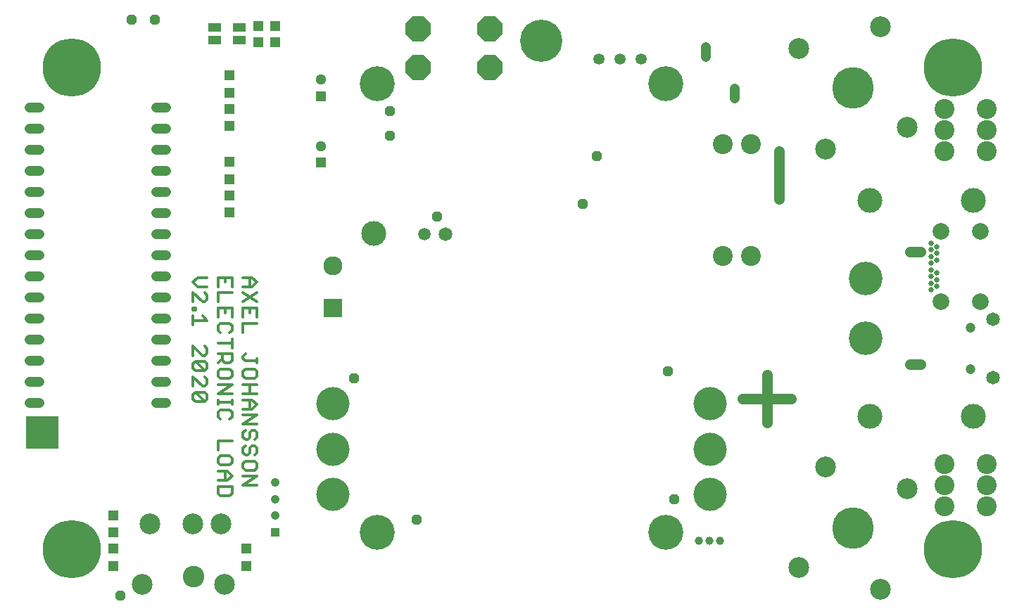
<source format=gbr>
G04 EAGLE Gerber RS-274X export*
G75*
%MOMM*%
%FSLAX34Y34*%
%LPD*%
%INSoldermask Top*%
%IPPOS*%
%AMOC8*
5,1,8,0,0,1.08239X$1,22.5*%
G01*
%ADD10C,0.330200*%
%ADD11C,1.295400*%
%ADD12C,7.000000*%
%ADD13R,4.000000X4.000000*%
%ADD14C,3.000000*%
%ADD15C,4.050000*%
%ADD16C,1.300000*%
%ADD17C,4.200000*%
%ADD18C,2.500000*%
%ADD19C,2.600000*%
%ADD20C,1.200000*%
%ADD21C,2.400000*%
%ADD22R,1.050000X1.050000*%
%ADD23C,1.050000*%
%ADD24C,4.000000*%
%ADD25C,1.000000*%
%ADD26R,1.500000X1.100000*%
%ADD27R,1.200000X1.300000*%
%ADD28R,2.295000X2.295000*%
%ADD29C,2.295000*%
%ADD30R,1.200000X1.200000*%
%ADD31R,1.300000X1.200000*%
%ADD32C,5.000000*%
%ADD33C,1.650000*%
%ADD34C,1.500000*%
%ADD35P,3.247170X8X292.500000*%
%ADD36C,1.350000*%
%ADD37R,1.290000X1.290000*%
%ADD38C,1.290000*%
%ADD39C,0.650000*%
%ADD40C,2.012400*%
%ADD41P,1.298868X8X22.500000*%
%ADD42C,1.200000*%
%ADD43C,5.080000*%


D10*
X-923849Y36849D02*
X-912708Y36849D01*
X-907137Y31278D01*
X-912708Y25708D01*
X-923849Y25708D01*
X-915493Y25708D02*
X-915493Y36849D01*
X-907137Y18433D02*
X-923849Y7292D01*
X-923849Y18433D02*
X-907137Y7292D01*
X-907137Y18D02*
X-907137Y-11124D01*
X-907137Y18D02*
X-923849Y18D01*
X-923849Y-11124D01*
X-915493Y-5553D02*
X-915493Y18D01*
X-907137Y-18398D02*
X-923849Y-18398D01*
X-923849Y-29540D01*
X-921064Y-55230D02*
X-923849Y-58015D01*
X-923849Y-60800D01*
X-921064Y-63586D01*
X-907137Y-63586D01*
X-907137Y-66371D02*
X-907137Y-60800D01*
X-907137Y-76431D02*
X-907137Y-82001D01*
X-907137Y-76431D02*
X-909922Y-73645D01*
X-921064Y-73645D01*
X-923849Y-76431D01*
X-923849Y-82001D01*
X-921064Y-84787D01*
X-909922Y-84787D01*
X-907137Y-82001D01*
X-907137Y-92061D02*
X-923849Y-92061D01*
X-915493Y-92061D02*
X-915493Y-103203D01*
X-907137Y-103203D02*
X-923849Y-103203D01*
X-923849Y-110477D02*
X-912708Y-110477D01*
X-907137Y-116048D01*
X-912708Y-121618D01*
X-923849Y-121618D01*
X-915493Y-121618D02*
X-915493Y-110477D01*
X-923849Y-128892D02*
X-907137Y-128892D01*
X-923849Y-140034D01*
X-907137Y-140034D01*
X-907137Y-155664D02*
X-909922Y-158450D01*
X-907137Y-155664D02*
X-907137Y-150094D01*
X-909922Y-147308D01*
X-912708Y-147308D01*
X-915493Y-150094D01*
X-915493Y-155664D01*
X-918278Y-158450D01*
X-921064Y-158450D01*
X-923849Y-155664D01*
X-923849Y-150094D01*
X-921064Y-147308D01*
X-907137Y-174080D02*
X-909922Y-176865D01*
X-907137Y-174080D02*
X-907137Y-168509D01*
X-909922Y-165724D01*
X-912708Y-165724D01*
X-915493Y-168509D01*
X-915493Y-174080D01*
X-918278Y-176865D01*
X-921064Y-176865D01*
X-923849Y-174080D01*
X-923849Y-168509D01*
X-921064Y-165724D01*
X-907137Y-186925D02*
X-907137Y-192496D01*
X-907137Y-186925D02*
X-909922Y-184140D01*
X-921064Y-184140D01*
X-923849Y-186925D01*
X-923849Y-192496D01*
X-921064Y-195281D01*
X-909922Y-195281D01*
X-907137Y-192496D01*
X-907137Y-202555D02*
X-923849Y-202555D01*
X-923849Y-213697D02*
X-907137Y-202555D01*
X-907137Y-213697D02*
X-923849Y-213697D01*
D11*
X-278537Y130898D02*
X-278537Y188979D01*
D10*
X-937137Y36849D02*
X-937137Y25708D01*
X-937137Y36849D02*
X-953849Y36849D01*
X-953849Y25708D01*
X-945493Y31278D02*
X-945493Y36849D01*
X-937137Y18433D02*
X-953849Y18433D01*
X-953849Y7292D01*
X-937137Y18D02*
X-937137Y-11124D01*
X-937137Y18D02*
X-953849Y18D01*
X-953849Y-11124D01*
X-945493Y-5553D02*
X-945493Y18D01*
X-937137Y-26754D02*
X-939922Y-29540D01*
X-937137Y-26754D02*
X-937137Y-21184D01*
X-939922Y-18398D01*
X-951064Y-18398D01*
X-953849Y-21184D01*
X-953849Y-26754D01*
X-951064Y-29540D01*
X-953849Y-42385D02*
X-937137Y-42385D01*
X-937137Y-47955D02*
X-937137Y-36814D01*
X-937137Y-55230D02*
X-953849Y-55230D01*
X-937137Y-55230D02*
X-937137Y-63586D01*
X-939922Y-66371D01*
X-945493Y-66371D01*
X-948278Y-63586D01*
X-948278Y-55230D01*
X-948278Y-60800D02*
X-953849Y-66371D01*
X-937137Y-76431D02*
X-937137Y-82001D01*
X-937137Y-76431D02*
X-939922Y-73645D01*
X-951064Y-73645D01*
X-953849Y-76431D01*
X-953849Y-82001D01*
X-951064Y-84787D01*
X-939922Y-84787D01*
X-937137Y-82001D01*
X-937137Y-92061D02*
X-953849Y-92061D01*
X-953849Y-103203D02*
X-937137Y-92061D01*
X-937137Y-103203D02*
X-953849Y-103203D01*
X-953849Y-110477D02*
X-953849Y-116048D01*
X-953849Y-113262D02*
X-937137Y-113262D01*
X-937137Y-110477D02*
X-937137Y-116048D01*
X-937137Y-131110D02*
X-939922Y-133895D01*
X-937137Y-131110D02*
X-937137Y-125539D01*
X-939922Y-122754D01*
X-951064Y-122754D01*
X-953849Y-125539D01*
X-953849Y-131110D01*
X-951064Y-133895D01*
X-953849Y-159585D02*
X-937137Y-159585D01*
X-953849Y-159585D02*
X-953849Y-170727D01*
X-937137Y-180786D02*
X-937137Y-186357D01*
X-937137Y-180786D02*
X-939922Y-178001D01*
X-951064Y-178001D01*
X-953849Y-180786D01*
X-953849Y-186357D01*
X-951064Y-189143D01*
X-939922Y-189143D01*
X-937137Y-186357D01*
X-942708Y-196417D02*
X-953849Y-196417D01*
X-942708Y-196417D02*
X-937137Y-201988D01*
X-942708Y-207558D01*
X-953849Y-207558D01*
X-945493Y-207558D02*
X-945493Y-196417D01*
X-937137Y-214833D02*
X-953849Y-214833D01*
X-953849Y-223189D01*
X-951064Y-225974D01*
X-939922Y-225974D01*
X-937137Y-223189D01*
X-937137Y-214833D01*
X-967137Y36849D02*
X-978278Y36849D01*
X-983849Y31278D01*
X-978278Y25708D01*
X-967137Y25708D01*
X-983849Y18433D02*
X-983849Y7292D01*
X-983849Y18433D02*
X-972708Y7292D01*
X-969922Y7292D01*
X-967137Y10077D01*
X-967137Y15648D01*
X-969922Y18433D01*
X-981064Y18D02*
X-983849Y18D01*
X-981064Y18D02*
X-981064Y-2768D01*
X-983849Y-2768D01*
X-983849Y18D01*
X-972708Y-9190D02*
X-967137Y-14761D01*
X-983849Y-14761D01*
X-983849Y-9190D02*
X-983849Y-20332D01*
X-983849Y-46022D02*
X-983849Y-57163D01*
X-983849Y-46022D02*
X-972708Y-57163D01*
X-969922Y-57163D01*
X-967137Y-54378D01*
X-967137Y-48807D01*
X-969922Y-46022D01*
X-969922Y-64437D02*
X-981064Y-64437D01*
X-969922Y-64437D02*
X-967137Y-67223D01*
X-967137Y-72794D01*
X-969922Y-75579D01*
X-981064Y-75579D01*
X-983849Y-72794D01*
X-983849Y-67223D01*
X-981064Y-64437D01*
X-969922Y-75579D01*
X-983849Y-82853D02*
X-983849Y-93995D01*
X-972708Y-93995D02*
X-983849Y-82853D01*
X-972708Y-93995D02*
X-969922Y-93995D01*
X-967137Y-91209D01*
X-967137Y-85639D01*
X-969922Y-82853D01*
X-969922Y-101269D02*
X-981064Y-101269D01*
X-969922Y-101269D02*
X-967137Y-104054D01*
X-967137Y-109625D01*
X-969922Y-112410D01*
X-981064Y-112410D01*
X-983849Y-109625D01*
X-983849Y-104054D01*
X-981064Y-101269D01*
X-969922Y-112410D01*
D12*
X-70000Y-290000D03*
X-1130000Y-290000D03*
X-70000Y290000D03*
X-1130000Y290000D03*
D13*
X-1165000Y-150000D03*
D14*
X-766500Y89500D03*
D11*
X-293537Y-80021D02*
X-293537Y-138102D01*
X-322577Y-109062D02*
X-264497Y-109062D01*
D15*
X-175000Y-36000D03*
X-175000Y36000D03*
D16*
X-121500Y-67500D02*
X-108500Y-67500D01*
X-108500Y67500D02*
X-121500Y67500D01*
D17*
X-762620Y270010D03*
X-762620Y-269990D03*
X-415620Y270010D03*
X-415620Y-269990D03*
D18*
X-950000Y-260000D03*
X-1036000Y-260000D03*
X-984000Y-260000D03*
X-1045000Y-333000D03*
X-946000Y-333000D03*
D19*
X-983000Y-323000D03*
D20*
X-1016420Y-114390D02*
X-1028420Y-114390D01*
X-1028420Y-88990D02*
X-1016420Y-88990D01*
X-1016420Y-63590D02*
X-1028420Y-63590D01*
X-1028420Y-38190D02*
X-1016420Y-38190D01*
X-1016420Y-12790D02*
X-1028420Y-12790D01*
X-1028420Y12610D02*
X-1016420Y12610D01*
X-1016420Y38010D02*
X-1028420Y38010D01*
X-1028420Y63410D02*
X-1016420Y63410D01*
X-1016420Y88810D02*
X-1028420Y88810D01*
X-1028420Y114210D02*
X-1016420Y114210D01*
X-1016420Y139610D02*
X-1028420Y139610D01*
X-1028420Y165010D02*
X-1016420Y165010D01*
X-1168820Y-114390D02*
X-1180820Y-114390D01*
X-1180820Y-88990D02*
X-1168820Y-88990D01*
X-1168820Y-63590D02*
X-1180820Y-63590D01*
X-1180820Y88810D02*
X-1168820Y88810D01*
X-1168820Y114210D02*
X-1180820Y114210D01*
X-1180820Y139610D02*
X-1168820Y139610D01*
X-1168820Y165010D02*
X-1180820Y165010D01*
X-1180820Y241210D02*
X-1168820Y241210D01*
X-1028420Y241210D02*
X-1016420Y241210D01*
X-1016420Y215810D02*
X-1028420Y215810D01*
X-1028420Y190410D02*
X-1016420Y190410D01*
X-1168820Y215810D02*
X-1180820Y215810D01*
X-1180820Y190410D02*
X-1168820Y190410D01*
X-1168820Y-38190D02*
X-1180820Y-38190D01*
X-1180820Y63410D02*
X-1168820Y63410D01*
X-1168820Y38010D02*
X-1180820Y38010D01*
X-1180820Y12610D02*
X-1168820Y12610D01*
X-1168820Y-12790D02*
X-1180820Y-12790D01*
D21*
X-80000Y-188240D03*
X-80000Y-213640D03*
X-80000Y-239040D03*
X-29200Y-239040D03*
X-29200Y-213640D03*
X-29200Y-188240D03*
X-80000Y240000D03*
X-80000Y214600D03*
X-80000Y189200D03*
X-29200Y189200D03*
X-29200Y214600D03*
X-29200Y240000D03*
D22*
X-885500Y-270000D03*
D23*
X-885500Y-250000D03*
X-885500Y-230000D03*
X-885500Y-210000D03*
D24*
X-816000Y-115400D03*
X-816000Y-170000D03*
X-816000Y-224600D03*
X-362000Y-224600D03*
X-362000Y-170000D03*
X-362000Y-115400D03*
D25*
X-350000Y-280000D03*
X-362700Y-280000D03*
X-375400Y-280000D03*
D14*
X-170000Y130000D03*
X-45000Y130000D03*
X-170000Y-130000D03*
X-45000Y-130000D03*
D24*
X-1130000Y290000D03*
X-1130000Y-290000D03*
X-70000Y-290000D03*
X-70000Y290000D03*
D26*
X-958000Y337500D03*
X-928000Y337500D03*
X-928000Y322500D03*
X-958000Y322500D03*
D27*
X-884840Y340000D03*
X-905160Y340000D03*
X-884840Y320000D03*
X-905160Y320000D03*
D28*
X-816000Y0D03*
D29*
X-816000Y50800D03*
D30*
X-940500Y176000D03*
X-940500Y155000D03*
D31*
X-940500Y135660D03*
X-940500Y115340D03*
X-940500Y239660D03*
X-940500Y219340D03*
D30*
X-940500Y280000D03*
X-940500Y259000D03*
D21*
X-347000Y62650D03*
X-313000Y62650D03*
X-347000Y197350D03*
X-313000Y197350D03*
D32*
X-190000Y-265000D03*
D18*
X-222893Y-191482D03*
X-255245Y-312222D03*
X-124755Y-217778D03*
X-157107Y-338518D03*
D32*
X-190000Y265000D03*
D18*
X-124755Y217778D03*
X-157107Y338518D03*
X-222893Y191482D03*
X-255245Y312222D03*
D33*
X-680600Y89000D03*
D34*
X-706000Y89000D03*
D35*
X-627000Y336500D03*
X-713000Y336500D03*
X-713000Y289500D03*
X-627000Y289500D03*
D36*
X-495400Y300000D03*
X-470000Y300000D03*
X-444600Y300000D03*
D20*
X-367000Y302000D02*
X-367000Y314000D01*
X-332000Y264000D02*
X-332000Y252000D01*
D30*
X-920000Y-310500D03*
X-920000Y-289500D03*
D31*
X-1080000Y-249840D03*
X-1080000Y-270160D03*
D30*
X-1080000Y-310500D03*
X-1080000Y-289500D03*
D37*
X-830500Y175000D03*
D38*
X-830500Y195000D03*
D37*
X-830500Y255000D03*
D38*
X-830500Y275000D03*
D39*
X-95950Y30000D03*
X-95950Y70000D03*
D40*
X-84450Y7300D03*
X-84450Y92700D03*
X-37150Y7300D03*
X-37150Y92700D03*
D39*
X-95950Y22000D03*
X-88950Y26000D03*
X-88950Y34000D03*
X-95950Y38000D03*
X-88950Y42000D03*
X-95950Y46000D03*
X-95950Y54000D03*
X-88950Y58000D03*
X-95950Y62000D03*
X-88950Y66000D03*
X-88950Y74000D03*
X-95950Y78000D03*
D41*
X-1071400Y-346600D03*
X-790000Y-85000D03*
X-405000Y-230000D03*
X-715000Y-255000D03*
X-413000Y-76000D03*
X-690000Y110000D03*
X-515000Y125000D03*
X-498000Y183000D03*
D42*
X-48309Y-23815D03*
X-48309Y-73815D03*
D33*
X-21309Y-13815D03*
X-21309Y-83815D03*
D41*
X-747500Y237500D03*
X-747500Y207500D03*
D43*
X-565000Y322000D03*
D41*
X-1057500Y347000D03*
X-1030000Y347000D03*
M02*

</source>
